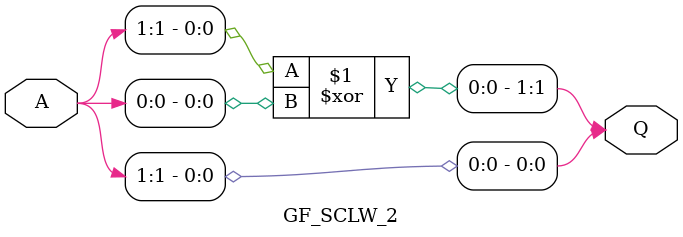
<source format=v>
/* S-box using all normal bases */
/* case # 4 : [d^16, d], [alpha^8, alpha^2], [Omega^2, Omega] */
/* beta^8 = N^2*alpha^2, N = w^2 */
/* optimized using OR gates and NAND gates */

/* scale by w = Omega in GF(2^2), using normal basis [Omega^2,Omega] */
module GF_SCLW_2 ( A, Q );
	input [1:0] A;
	output [1:0] Q;
	
	assign Q = { (A[1] ^ A[0]), A[1] };
endmodule

</source>
